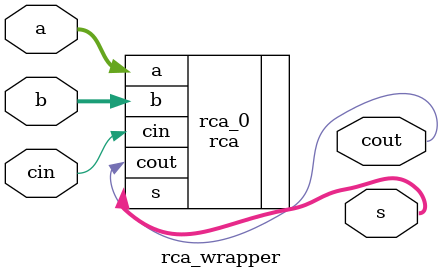
<source format=v>
module rca_wrapper
  #(parameter width=8)
   (input              cin,
    input [width-1:0]  a, b,
    output [width-1:0] s,
    output             cout);

   rca #(width) rca_0(
                      .cin(cin),
                      .a(a),
                      .b(b),
                      .s(s),
                      .cout(cout)
                      );
   
endmodule // rca_wrapper

</source>
